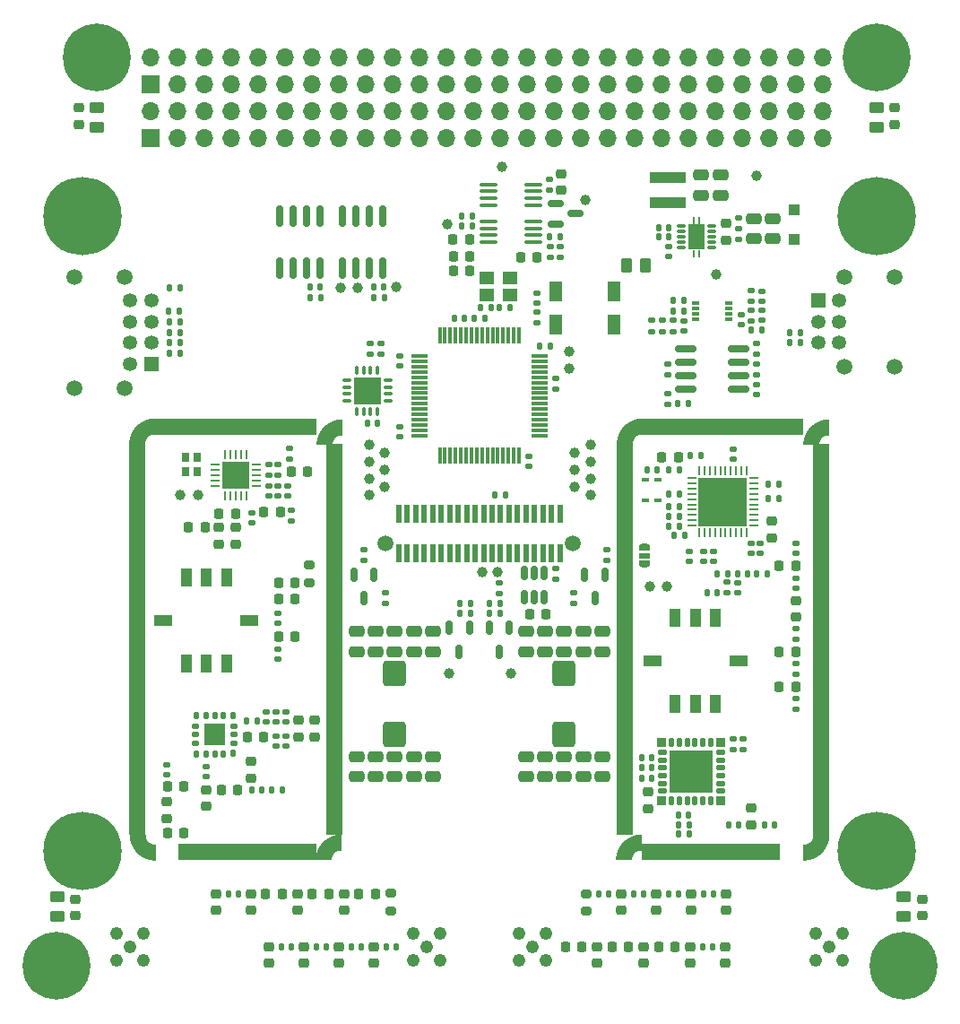
<source format=gbr>
%TF.GenerationSoftware,KiCad,Pcbnew,9.0.6*%
%TF.CreationDate,2025-11-19T17:48:12+01:00*%
%TF.ProjectId,Spino CS,5370696e-6f20-4435-932e-6b696361645f,v2.1*%
%TF.SameCoordinates,PX68e7780PY2faf080*%
%TF.FileFunction,Soldermask,Top*%
%TF.FilePolarity,Negative*%
%FSLAX46Y46*%
G04 Gerber Fmt 4.6, Leading zero omitted, Abs format (unit mm)*
G04 Created by KiCad (PCBNEW 9.0.6) date 2025-11-19 17:48:12*
%MOMM*%
%LPD*%
G01*
G04 APERTURE LIST*
G04 Aperture macros list*
%AMRoundRect*
0 Rectangle with rounded corners*
0 $1 Rounding radius*
0 $2 $3 $4 $5 $6 $7 $8 $9 X,Y pos of 4 corners*
0 Add a 4 corners polygon primitive as box body*
4,1,4,$2,$3,$4,$5,$6,$7,$8,$9,$2,$3,0*
0 Add four circle primitives for the rounded corners*
1,1,$1+$1,$2,$3*
1,1,$1+$1,$4,$5*
1,1,$1+$1,$6,$7*
1,1,$1+$1,$8,$9*
0 Add four rect primitives between the rounded corners*
20,1,$1+$1,$2,$3,$4,$5,0*
20,1,$1+$1,$4,$5,$6,$7,0*
20,1,$1+$1,$6,$7,$8,$9,0*
20,1,$1+$1,$8,$9,$2,$3,0*%
%AMFreePoly0*
4,1,19,0.050000,0.495196,0.098773,0.495196,0.188893,0.457867,0.257867,0.388893,0.295196,0.298773,0.295196,0.250000,0.300000,0.250000,0.300000,-0.250000,0.295196,-0.250000,0.295196,-0.298773,0.257867,-0.388893,0.188893,-0.457867,0.098773,-0.495196,0.050000,-0.495196,0.050000,-0.500000,-0.300000,-0.500000,-0.300000,0.500000,0.050000,0.500000,0.050000,0.495196,0.050000,0.495196,
$1*%
%AMFreePoly1*
4,1,27,1.150059,-0.300000,1.061606,-0.301926,0.888100,-0.336438,0.724661,-0.404137,0.577570,-0.502420,0.452479,-0.627511,0.354196,-0.774602,0.286497,-0.938041,0.251985,-1.111547,0.250059,-1.200000,0.250000,-1.250000,-1.250000,-1.250000,-1.249941,-1.200000,-1.247479,-1.042857,-1.206456,-0.731260,-1.125113,-0.427683,-1.004841,-0.137321,-0.847698,0.134858,-0.656373,0.384198,-0.434139,0.606432,
-0.184799,0.797757,0.087380,0.954900,0.377742,1.075172,0.681319,1.156515,0.992916,1.197538,1.150059,1.200000,1.150059,-0.300000,1.150059,-0.300000,$1*%
%AMFreePoly2*
4,1,49,1.150000,-0.300000,1.108413,-0.300480,1.025593,-0.308155,0.943834,-0.323438,0.863835,-0.346200,0.786277,-0.376246,0.711822,-0.413320,0.641106,-0.457106,0.574731,-0.507230,0.513264,-0.563264,0.457230,-0.624731,0.407106,-0.691106,0.363320,-0.761822,0.326246,-0.836277,0.296200,-0.913835,0.273438,-0.993834,0.258155,-1.075593,0.250480,-1.158413,0.250000,-1.200000,-1.250000,-1.200000,
-1.249492,-1.130182,-1.241373,-0.990782,-1.225163,-0.852090,-1.200915,-0.714575,-1.168713,-0.578703,-1.128665,-0.444933,-1.080906,-0.313718,-1.025599,-0.185501,-0.962930,-0.060718,-0.893112,0.060210,-0.816381,0.176875,-0.732996,0.288880,-0.643240,0.395848,-0.547415,0.497415,-0.445848,0.593240,-0.338880,0.682996,-0.226875,0.766381,-0.110210,0.843112,0.010718,0.912930,0.135501,0.975599,
0.263718,1.030906,0.394933,1.078665,0.528703,1.118713,0.664575,1.150915,0.802090,1.175163,0.940782,1.191373,1.080182,1.199492,1.150000,1.200000,1.150000,-0.300000,1.150000,-0.300000,$1*%
%AMFreePoly3*
4,1,27,-0.992916,1.197538,-0.681319,1.156515,-0.377742,1.075172,-0.087380,0.954900,0.184799,0.797757,0.434139,0.606432,0.656373,0.384198,0.847698,0.134858,1.004841,-0.137321,1.125113,-0.427683,1.206456,-0.731260,1.247479,-1.042857,1.249941,-1.200000,1.250000,-1.250000,-0.250000,-1.250000,-0.250059,-1.200000,-0.251985,-1.111547,-0.286497,-0.938041,-0.354196,-0.774602,-0.452479,-0.627511,
-0.577570,-0.502420,-0.724661,-0.404137,-0.888100,-0.336438,-1.061606,-0.301926,-1.150059,-0.300000,-1.150059,1.200000,-0.992916,1.197538,-0.992916,1.197538,$1*%
G04 Aperture macros list end*
%ADD10RoundRect,0.250000X0.450000X-0.262500X0.450000X0.262500X-0.450000X0.262500X-0.450000X-0.262500X0*%
%ADD11C,1.000000*%
%ADD12RoundRect,0.135000X-0.185000X0.135000X-0.185000X-0.135000X0.185000X-0.135000X0.185000X0.135000X0*%
%ADD13RoundRect,0.200000X0.275000X-0.200000X0.275000X0.200000X-0.275000X0.200000X-0.275000X-0.200000X0*%
%ADD14RoundRect,0.225000X-0.225000X-0.250000X0.225000X-0.250000X0.225000X0.250000X-0.225000X0.250000X0*%
%ADD15RoundRect,0.225000X-0.250000X0.225000X-0.250000X-0.225000X0.250000X-0.225000X0.250000X0.225000X0*%
%ADD16RoundRect,0.140000X-0.170000X0.140000X-0.170000X-0.140000X0.170000X-0.140000X0.170000X0.140000X0*%
%ADD17RoundRect,0.140000X-0.140000X-0.170000X0.140000X-0.170000X0.140000X0.170000X-0.140000X0.170000X0*%
%ADD18RoundRect,0.250000X-0.475000X0.250000X-0.475000X-0.250000X0.475000X-0.250000X0.475000X0.250000X0*%
%ADD19RoundRect,0.140000X0.170000X-0.140000X0.170000X0.140000X-0.170000X0.140000X-0.170000X-0.140000X0*%
%ADD20R,1.300000X1.900000*%
%ADD21RoundRect,0.062500X0.062500X-0.362500X0.062500X0.362500X-0.062500X0.362500X-0.062500X-0.362500X0*%
%ADD22RoundRect,0.062500X0.362500X-0.062500X0.362500X0.062500X-0.362500X0.062500X-0.362500X-0.062500X0*%
%ADD23R,2.600000X2.600000*%
%ADD24RoundRect,0.135000X-0.135000X-0.185000X0.135000X-0.185000X0.135000X0.185000X-0.135000X0.185000X0*%
%ADD25RoundRect,0.225000X0.250000X-0.225000X0.250000X0.225000X-0.250000X0.225000X-0.250000X-0.225000X0*%
%ADD26RoundRect,0.150000X-0.150000X0.825000X-0.150000X-0.825000X0.150000X-0.825000X0.150000X0.825000X0*%
%ADD27RoundRect,0.075000X-0.075000X0.700000X-0.075000X-0.700000X0.075000X-0.700000X0.075000X0.700000X0*%
%ADD28RoundRect,0.075000X-0.700000X0.075000X-0.700000X-0.075000X0.700000X-0.075000X0.700000X0.075000X0*%
%ADD29R,0.800000X0.300000*%
%ADD30RoundRect,0.135000X0.135000X0.185000X-0.135000X0.185000X-0.135000X-0.185000X0.135000X-0.185000X0*%
%ADD31R,1.016000X1.778000*%
%ADD32R,1.778000X1.016000*%
%ADD33RoundRect,0.218750X0.218750X0.256250X-0.218750X0.256250X-0.218750X-0.256250X0.218750X-0.256250X0*%
%ADD34RoundRect,0.150000X-0.587500X-0.150000X0.587500X-0.150000X0.587500X0.150000X-0.587500X0.150000X0*%
%ADD35FreePoly0,90.000000*%
%ADD36R,1.000000X0.600000*%
%ADD37FreePoly0,270.000000*%
%ADD38RoundRect,0.140000X0.140000X0.170000X-0.140000X0.170000X-0.140000X-0.170000X0.140000X-0.170000X0*%
%ADD39RoundRect,0.250000X0.475000X-0.250000X0.475000X0.250000X-0.475000X0.250000X-0.475000X-0.250000X0*%
%ADD40C,6.400000*%
%ADD41R,3.400000X0.980000*%
%ADD42RoundRect,0.200000X-0.275000X0.200000X-0.275000X-0.200000X0.275000X-0.200000X0.275000X0.200000X0*%
%ADD43RoundRect,0.150000X-0.825000X-0.150000X0.825000X-0.150000X0.825000X0.150000X-0.825000X0.150000X0*%
%ADD44RoundRect,0.147500X-0.172500X0.147500X-0.172500X-0.147500X0.172500X-0.147500X0.172500X0.147500X0*%
%ADD45RoundRect,0.135000X0.185000X-0.135000X0.185000X0.135000X-0.185000X0.135000X-0.185000X-0.135000X0*%
%ADD46C,7.400000*%
%ADD47RoundRect,0.330000X-0.770000X0.870000X-0.770000X-0.870000X0.770000X-0.870000X0.770000X0.870000X0*%
%ADD48RoundRect,0.250000X0.300000X-0.300000X0.300000X0.300000X-0.300000X0.300000X-0.300000X-0.300000X0*%
%ADD49RoundRect,0.147500X0.147500X0.172500X-0.147500X0.172500X-0.147500X-0.172500X0.147500X-0.172500X0*%
%ADD50RoundRect,0.218750X-0.218750X-0.256250X0.218750X-0.256250X0.218750X0.256250X-0.218750X0.256250X0*%
%ADD51R,0.790000X0.440000*%
%ADD52RoundRect,0.225000X0.225000X0.250000X-0.225000X0.250000X-0.225000X-0.250000X0.225000X-0.250000X0*%
%ADD53C,1.500000*%
%ADD54RoundRect,0.102000X0.190000X-0.750000X0.190000X0.750000X-0.190000X0.750000X-0.190000X-0.750000X0*%
%ADD55R,1.500000X36.900000*%
%ADD56FreePoly1,90.000000*%
%ADD57FreePoly2,0.000000*%
%ADD58R,15.299995X1.499980*%
%ADD59R,13.049996X1.499980*%
%ADD60FreePoly2,180.000000*%
%ADD61FreePoly2,270.000000*%
%ADD62R,1.500000X36.900008*%
%ADD63R,0.280000X0.280000*%
%ADD64O,0.850000X0.280000*%
%ADD65R,0.680000X1.050000*%
%ADD66R,0.260000X0.500000*%
%ADD67R,0.280000X0.700000*%
%ADD68R,1.650000X2.400000*%
%ADD69RoundRect,0.150000X-0.150000X0.512500X-0.150000X-0.512500X0.150000X-0.512500X0.150000X0.512500X0*%
%ADD70RoundRect,0.218750X-0.256250X0.218750X-0.256250X-0.218750X0.256250X-0.218750X0.256250X0.218750X0*%
%ADD71R,1.350000X1.350000*%
%ADD72C,1.350000*%
%ADD73R,1.700000X1.700000*%
%ADD74O,1.700000X1.700000*%
%ADD75RoundRect,0.147500X-0.147500X-0.172500X0.147500X-0.172500X0.147500X0.172500X-0.147500X0.172500X0*%
%ADD76RoundRect,0.150000X0.150000X-0.512500X0.150000X0.512500X-0.150000X0.512500X-0.150000X-0.512500X0*%
%ADD77RoundRect,0.125000X-0.125000X-0.250000X0.125000X-0.250000X0.125000X0.250000X-0.125000X0.250000X0*%
%ADD78RoundRect,0.125000X0.250000X-0.125000X0.250000X0.125000X-0.250000X0.125000X-0.250000X-0.125000X0*%
%ADD79RoundRect,0.125000X0.125000X0.250000X-0.125000X0.250000X-0.125000X-0.250000X0.125000X-0.250000X0*%
%ADD80RoundRect,0.125000X-0.250000X0.125000X-0.250000X-0.125000X0.250000X-0.125000X0.250000X0.125000X0*%
%ADD81RoundRect,0.050000X-0.500000X0.500000X-0.500000X-0.500000X0.500000X-0.500000X0.500000X0.500000X0*%
%ADD82RoundRect,0.100000X0.712500X0.100000X-0.712500X0.100000X-0.712500X-0.100000X0.712500X-0.100000X0*%
%ADD83R,1.400000X1.200000*%
%ADD84RoundRect,0.250000X0.262500X0.450000X-0.262500X0.450000X-0.262500X-0.450000X0.262500X-0.450000X0*%
%ADD85RoundRect,0.218750X0.256250X-0.218750X0.256250X0.218750X-0.256250X0.218750X-0.256250X-0.218750X0*%
%ADD86RoundRect,0.250000X-0.450000X0.262500X-0.450000X-0.262500X0.450000X-0.262500X0.450000X0.262500X0*%
%ADD87R,0.800000X0.900000*%
%ADD88RoundRect,0.110500X0.314500X-0.339500X0.314500X0.339500X-0.314500X0.339500X-0.314500X-0.339500X0*%
%ADD89RoundRect,0.125000X0.125000X0.325000X-0.125000X0.325000X-0.125000X-0.325000X0.125000X-0.325000X0*%
%ADD90RoundRect,0.106250X0.318750X-0.343750X0.318750X0.343750X-0.318750X0.343750X-0.318750X-0.343750X0*%
%ADD91RoundRect,0.125000X-0.325000X0.125000X-0.325000X-0.125000X0.325000X-0.125000X0.325000X0.125000X0*%
%ADD92RoundRect,0.110500X-0.314500X0.339500X-0.314500X-0.339500X0.314500X-0.339500X0.314500X0.339500X0*%
%ADD93RoundRect,0.125000X-0.125000X-0.325000X0.125000X-0.325000X0.125000X0.325000X-0.125000X0.325000X0*%
%ADD94RoundRect,0.110500X-0.314500X-0.339500X0.314500X-0.339500X0.314500X0.339500X-0.314500X0.339500X0*%
%ADD95RoundRect,0.125000X0.325000X-0.125000X0.325000X0.125000X-0.325000X0.125000X-0.325000X-0.125000X0*%
%ADD96R,4.600000X4.600000*%
%ADD97RoundRect,0.075000X-0.075000X0.350000X-0.075000X-0.350000X0.075000X-0.350000X0.075000X0.350000X0*%
%ADD98RoundRect,0.075000X-0.350000X0.075000X-0.350000X-0.075000X0.350000X-0.075000X0.350000X0.075000X0*%
%ADD99FreePoly2,90.000000*%
%ADD100FreePoly3,270.000000*%
%ADD101C,1.240000*%
G04 APERTURE END LIST*
D10*
%TO.C,R55*%
X85100000Y-86112500D03*
X85100000Y-84287500D03*
%TD*%
D11*
%TO.C,TP11*%
X46700000Y-53600000D03*
%TD*%
D12*
%TO.C,R10*%
X34100000Y-51490000D03*
X34100000Y-52510000D03*
%TD*%
D13*
%TO.C,R46*%
X28900000Y-54625000D03*
X28900000Y-52975000D03*
%TD*%
D14*
%TO.C,C35*%
X49725000Y-57600000D03*
X51275000Y-57600000D03*
%TD*%
D15*
%TO.C,C106*%
X25100000Y-89025000D03*
X25100000Y-90575000D03*
%TD*%
%TO.C,C129*%
X84200000Y-9825000D03*
X84200000Y-11375000D03*
%TD*%
%TO.C,C114*%
X23400000Y-84025000D03*
X23400000Y-85575000D03*
%TD*%
D16*
%TO.C,C6*%
X62900000Y-22870000D03*
X62900000Y-23830000D03*
%TD*%
D11*
%TO.C,TP8*%
X55500000Y-46400000D03*
%TD*%
D17*
%TO.C,C36*%
X42620000Y-29700000D03*
X43580000Y-29700000D03*
%TD*%
D11*
%TO.C,TP4*%
X47100000Y-15400000D03*
%TD*%
D17*
%TO.C,C105*%
X71920000Y-77500000D03*
X72880000Y-77500000D03*
%TD*%
D18*
%TO.C,C22*%
X38800000Y-71050000D03*
X38800000Y-72950000D03*
%TD*%
D19*
%TO.C,C44*%
X50400000Y-28280000D03*
X50400000Y-27320000D03*
%TD*%
D16*
%TO.C,C73*%
X15500000Y-71820000D03*
X15500000Y-72780000D03*
%TD*%
D11*
%TO.C,TP32*%
X61100000Y-55000000D03*
%TD*%
D20*
%TO.C,X2*%
X52250000Y-30300000D03*
X57750000Y-30300000D03*
X57750000Y-27100000D03*
X52250000Y-27100000D03*
%TD*%
D19*
%TO.C,C98*%
X69900000Y-70380000D03*
X69900000Y-69420000D03*
%TD*%
D21*
%TO.C,U11*%
X21000000Y-46425000D03*
X21500000Y-46425000D03*
X22000000Y-46425000D03*
X22500000Y-46425000D03*
X23000000Y-46425000D03*
D22*
X23925000Y-45500000D03*
X23925000Y-45000000D03*
X23925000Y-44500000D03*
X23925000Y-44000000D03*
X23925000Y-43500000D03*
D21*
X23000000Y-42575000D03*
X22500000Y-42575000D03*
X22000000Y-42575000D03*
X21500000Y-42575000D03*
X21000000Y-42575000D03*
D22*
X20075000Y-43500000D03*
X20075000Y-44000000D03*
X20075000Y-44500000D03*
X20075000Y-45000000D03*
X20075000Y-45500000D03*
D23*
X22000000Y-44500000D03*
%TD*%
D24*
%TO.C,R42*%
X63690000Y-37700000D03*
X64710000Y-37700000D03*
%TD*%
D12*
%TO.C,R38*%
X70700000Y-27040000D03*
X70700000Y-28060000D03*
%TD*%
%TO.C,R2*%
X69500000Y-21240000D03*
X69500000Y-22260000D03*
%TD*%
D25*
%TO.C,C131*%
X6800000Y-86075000D03*
X6800000Y-84525000D03*
%TD*%
D11*
%TO.C,TP17*%
X34600000Y-41600000D03*
%TD*%
D25*
%TO.C,C9*%
X52700000Y-17575000D03*
X52700000Y-16025000D03*
%TD*%
D26*
%TO.C,U8*%
X29955000Y-20025000D03*
X28685000Y-20025000D03*
X27415000Y-20025000D03*
X26145000Y-20025000D03*
X26145000Y-24975000D03*
X27415000Y-24975000D03*
X28685000Y-24975000D03*
X29955000Y-24975000D03*
%TD*%
D18*
%TO.C,C21*%
X37000000Y-71050000D03*
X37000000Y-72950000D03*
%TD*%
D27*
%TO.C,U5*%
X48750000Y-31325000D03*
X48250000Y-31325000D03*
X47750000Y-31325000D03*
X47250000Y-31325000D03*
X46750000Y-31325000D03*
X46250000Y-31325000D03*
X45750000Y-31325000D03*
X45250000Y-31325000D03*
X44750000Y-31325000D03*
X44250000Y-31325000D03*
X43750000Y-31325000D03*
X43250000Y-31325000D03*
X42750000Y-31325000D03*
X42250000Y-31325000D03*
X41750000Y-31325000D03*
X41250000Y-31325000D03*
D28*
X39325000Y-33250000D03*
X39325000Y-33750000D03*
X39325000Y-34250000D03*
X39325000Y-34750000D03*
X39325000Y-35250000D03*
X39325000Y-35750000D03*
X39325000Y-36250000D03*
X39325000Y-36750000D03*
X39325000Y-37250000D03*
X39325000Y-37750000D03*
X39325000Y-38250000D03*
X39325000Y-38750000D03*
X39325000Y-39250000D03*
X39325000Y-39750000D03*
X39325000Y-40250000D03*
X39325000Y-40750000D03*
D27*
X41250000Y-42675000D03*
X41750000Y-42675000D03*
X42250000Y-42675000D03*
X42750000Y-42675000D03*
X43250000Y-42675000D03*
X43750000Y-42675000D03*
X44250000Y-42675000D03*
X44750000Y-42675000D03*
X45250000Y-42675000D03*
X45750000Y-42675000D03*
X46250000Y-42675000D03*
X46750000Y-42675000D03*
X47250000Y-42675000D03*
X47750000Y-42675000D03*
X48250000Y-42675000D03*
X48750000Y-42675000D03*
D28*
X50675000Y-40750000D03*
X50675000Y-40250000D03*
X50675000Y-39750000D03*
X50675000Y-39250000D03*
X50675000Y-38750000D03*
X50675000Y-38250000D03*
X50675000Y-37750000D03*
X50675000Y-37250000D03*
X50675000Y-36750000D03*
X50675000Y-36250000D03*
X50675000Y-35750000D03*
X50675000Y-35250000D03*
X50675000Y-34750000D03*
X50675000Y-34250000D03*
X50675000Y-33750000D03*
X50675000Y-33250000D03*
%TD*%
D29*
%TO.C,U9*%
X68550000Y-29750000D03*
X68550000Y-29250000D03*
X68550000Y-28750000D03*
X68550000Y-28250000D03*
X65450000Y-28250000D03*
X65450000Y-28750000D03*
X65450000Y-29250000D03*
X65450000Y-29750000D03*
%TD*%
D30*
%TO.C,R23*%
X16700000Y-33000000D03*
X15680000Y-33000000D03*
%TD*%
D15*
%TO.C,C120*%
X60500000Y-89025000D03*
X60500000Y-90575000D03*
%TD*%
D31*
%TO.C,FL2*%
X63495000Y-66064000D03*
X65400000Y-66064000D03*
X67305000Y-66064000D03*
D32*
X69464000Y-62000000D03*
D31*
X67305000Y-57936000D03*
X65400000Y-57936000D03*
X63495000Y-57936000D03*
D32*
X61336000Y-62000000D03*
%TD*%
D17*
%TO.C,C111*%
X36170000Y-89000000D03*
X37130000Y-89000000D03*
%TD*%
D16*
%TO.C,C55*%
X26000000Y-45520000D03*
X26000000Y-46480000D03*
%TD*%
D33*
%TO.C,L31*%
X54687500Y-89000000D03*
X53112500Y-89000000D03*
%TD*%
D34*
%TO.C,Q1*%
X52212500Y-18850000D03*
X52212500Y-20750000D03*
X54087500Y-19800000D03*
%TD*%
D35*
%TO.C,JP1*%
X60600000Y-51300000D03*
D36*
X60600000Y-52100000D03*
D37*
X60600000Y-52900000D03*
%TD*%
D38*
%TO.C,C125*%
X63830000Y-84000000D03*
X62870000Y-84000000D03*
%TD*%
D16*
%TO.C,C48*%
X64300000Y-29920000D03*
X64300000Y-30880000D03*
%TD*%
D39*
%TO.C,C14*%
X33400000Y-61150000D03*
X33400000Y-59250000D03*
%TD*%
D16*
%TO.C,C43*%
X50400000Y-29120000D03*
X50400000Y-30080000D03*
%TD*%
%TO.C,C59*%
X27200000Y-47820000D03*
X27200000Y-48780000D03*
%TD*%
D30*
%TO.C,R16*%
X47510000Y-46400000D03*
X46490000Y-46400000D03*
%TD*%
D38*
%TO.C,C126*%
X60530000Y-84000000D03*
X59570000Y-84000000D03*
%TD*%
D11*
%TO.C,TP19*%
X36000000Y-44000000D03*
%TD*%
%TO.C,TP20*%
X34600000Y-43200000D03*
%TD*%
D30*
%TO.C,R24*%
X16710000Y-31000000D03*
X15690000Y-31000000D03*
%TD*%
D38*
%TO.C,C47*%
X29980000Y-26700000D03*
X29020000Y-26700000D03*
%TD*%
D40*
%TO.C,H2*%
X82550000Y-5080000D03*
%TD*%
D15*
%TO.C,C124*%
X65000000Y-84025000D03*
X65000000Y-85575000D03*
%TD*%
D38*
%TO.C,C127*%
X57230000Y-84000000D03*
X56270000Y-84000000D03*
%TD*%
D12*
%TO.C,R28*%
X34700000Y-32090000D03*
X34700000Y-33110000D03*
%TD*%
D16*
%TO.C,C60*%
X23500000Y-48020000D03*
X23500000Y-48980000D03*
%TD*%
D41*
%TO.C,L1*%
X62800000Y-18785000D03*
X62800000Y-16415000D03*
%TD*%
D42*
%TO.C,R52*%
X55100000Y-84025000D03*
X55100000Y-85675000D03*
%TD*%
D43*
%TO.C,U10*%
X64525000Y-32595000D03*
X64525000Y-33865000D03*
X64525000Y-35135000D03*
X64525000Y-36405000D03*
X69475000Y-36405000D03*
X69475000Y-35135000D03*
X69475000Y-33865000D03*
X69475000Y-32595000D03*
%TD*%
D12*
%TO.C,R18*%
X52200000Y-53290000D03*
X52200000Y-54310000D03*
%TD*%
D44*
%TO.C,L6*%
X26000000Y-57515000D03*
X26000000Y-58485000D03*
%TD*%
D45*
%TO.C,R37*%
X70700000Y-29960000D03*
X70700000Y-28940000D03*
%TD*%
D11*
%TO.C,TP5*%
X55000000Y-18500000D03*
%TD*%
D46*
%TO.C,H8*%
X7500000Y-80000000D03*
%TD*%
D38*
%TO.C,C46*%
X35980000Y-26700000D03*
X35020000Y-26700000D03*
%TD*%
D39*
%TO.C,C29*%
X56600000Y-61150000D03*
X56600000Y-59250000D03*
%TD*%
D47*
%TO.C,L2*%
X37000000Y-63250000D03*
X37000000Y-68950000D03*
%TD*%
D11*
%TO.C,TP18*%
X36000000Y-42400000D03*
%TD*%
D18*
%TO.C,C19*%
X33400000Y-71050000D03*
X33400000Y-72950000D03*
%TD*%
D48*
%TO.C,D1*%
X74700000Y-22200000D03*
X74700000Y-19400000D03*
%TD*%
D24*
%TO.C,R29*%
X34990000Y-27700000D03*
X36010000Y-27700000D03*
%TD*%
D45*
%TO.C,R5*%
X51600000Y-17610000D03*
X51600000Y-16590000D03*
%TD*%
D33*
%TO.C,L29*%
X63487500Y-89000000D03*
X61912500Y-89000000D03*
%TD*%
D12*
%TO.C,R13*%
X57000000Y-51490000D03*
X57000000Y-52510000D03*
%TD*%
D33*
%TO.C,L30*%
X59087500Y-89000000D03*
X57512500Y-89000000D03*
%TD*%
D39*
%TO.C,C16*%
X37000000Y-61150000D03*
X37000000Y-59250000D03*
%TD*%
D49*
%TO.C,L10*%
X23985000Y-67700000D03*
X23015000Y-67700000D03*
%TD*%
D50*
%TO.C,FB4*%
X62212500Y-42800000D03*
X63787500Y-42800000D03*
%TD*%
D26*
%TO.C,U7*%
X35855000Y-20025000D03*
X34585000Y-20025000D03*
X33315000Y-20025000D03*
X32045000Y-20025000D03*
X32045000Y-24975000D03*
X33315000Y-24975000D03*
X34585000Y-24975000D03*
X35855000Y-24975000D03*
%TD*%
D19*
%TO.C,C67*%
X24900000Y-67780000D03*
X24900000Y-66820000D03*
%TD*%
D38*
%TO.C,C118*%
X67030000Y-89000000D03*
X66070000Y-89000000D03*
%TD*%
%TO.C,C86*%
X63880000Y-48400000D03*
X62920000Y-48400000D03*
%TD*%
D45*
%TO.C,R33*%
X61300000Y-30910000D03*
X61300000Y-29890000D03*
%TD*%
D19*
%TO.C,C57*%
X26000000Y-44480000D03*
X26000000Y-43520000D03*
%TD*%
D24*
%TO.C,R8*%
X43340000Y-21000000D03*
X44360000Y-21000000D03*
%TD*%
D16*
%TO.C,C68*%
X26700000Y-69120000D03*
X26700000Y-70080000D03*
%TD*%
D30*
%TO.C,R9*%
X44360000Y-20000000D03*
X43340000Y-20000000D03*
%TD*%
D50*
%TO.C,L26*%
X24812500Y-84000000D03*
X26387500Y-84000000D03*
%TD*%
D11*
%TO.C,TP12*%
X33500000Y-26800000D03*
%TD*%
D38*
%TO.C,C45*%
X35380000Y-39600000D03*
X34420000Y-39600000D03*
%TD*%
D17*
%TO.C,C40*%
X50720000Y-32300000D03*
X51680000Y-32300000D03*
%TD*%
D11*
%TO.C,TP28*%
X55500000Y-41600000D03*
%TD*%
D30*
%TO.C,R22*%
X16710000Y-30000000D03*
X15690000Y-30000000D03*
%TD*%
D17*
%TO.C,C107*%
X26270000Y-89000000D03*
X27230000Y-89000000D03*
%TD*%
D51*
%TO.C,X4*%
X60705000Y-44930000D03*
X60705000Y-46870000D03*
X61895000Y-46870000D03*
X61895000Y-44930000D03*
%TD*%
D15*
%TO.C,C116*%
X32200000Y-84025000D03*
X32200000Y-85575000D03*
%TD*%
D11*
%TO.C,TP23*%
X16700000Y-46400000D03*
%TD*%
D24*
%TO.C,R47*%
X62890000Y-44000000D03*
X63910000Y-44000000D03*
%TD*%
D15*
%TO.C,C63*%
X22000000Y-49425000D03*
X22000000Y-50975000D03*
%TD*%
D25*
%TO.C,C3*%
X68300000Y-22275000D03*
X68300000Y-20725000D03*
%TD*%
D52*
%TO.C,C90*%
X74875000Y-53050000D03*
X73325000Y-53050000D03*
%TD*%
D15*
%TO.C,C121*%
X56100000Y-89025000D03*
X56100000Y-90575000D03*
%TD*%
D53*
%TO.C,J5*%
X36150000Y-50950000D03*
X53850000Y-50950000D03*
D54*
X52600000Y-51850000D03*
X52600000Y-48150000D03*
X51800000Y-51850000D03*
X51800000Y-48150000D03*
X51000000Y-51850000D03*
X51000000Y-48150000D03*
X50200000Y-51850000D03*
X50200000Y-48150000D03*
X49400000Y-51850000D03*
X49400000Y-48150000D03*
X48600000Y-51850000D03*
X48600000Y-48150000D03*
X47800000Y-51850000D03*
X47800000Y-48150000D03*
X47000000Y-51850000D03*
X47000000Y-48150000D03*
X46200000Y-51850000D03*
X46200000Y-48150000D03*
X45400000Y-51850000D03*
X45400000Y-48150000D03*
X44600000Y-51850000D03*
X44600000Y-48150000D03*
X43800000Y-51850000D03*
X43800000Y-48150000D03*
X43000000Y-51850000D03*
X43000000Y-48150000D03*
X42200000Y-51850000D03*
X42200000Y-48150000D03*
X41400000Y-51850000D03*
X41400000Y-48150000D03*
X40600000Y-51850000D03*
X40600000Y-48150000D03*
X39800000Y-51850000D03*
X39800000Y-48150000D03*
X39000000Y-51850000D03*
X39000000Y-48150000D03*
X38200000Y-51850000D03*
X38200000Y-48150000D03*
X37400000Y-51850000D03*
X37400000Y-48150000D03*
%TD*%
D17*
%TO.C,C104*%
X68520000Y-77500000D03*
X69480000Y-77500000D03*
%TD*%
D55*
%TO.C,SH1*%
X12700000Y-60000000D03*
D56*
X13150000Y-79600000D03*
D57*
X13200000Y-40350000D03*
D58*
X22000003Y-39900009D03*
D59*
X23124998Y-80100000D03*
D60*
X30800000Y-79650000D03*
D61*
X30850000Y-40400000D03*
D62*
X31300001Y-60000003D03*
%TD*%
D38*
%TO.C,C87*%
X63880000Y-49300000D03*
X62920000Y-49300000D03*
%TD*%
D17*
%TO.C,C109*%
X29570000Y-89000000D03*
X30530000Y-89000000D03*
%TD*%
D40*
%TO.C,H3*%
X85090000Y-90810000D03*
%TD*%
D17*
%TO.C,C96*%
X71220000Y-53800000D03*
X72180000Y-53800000D03*
%TD*%
D19*
%TO.C,C51*%
X71700000Y-28080000D03*
X71700000Y-27120000D03*
%TD*%
D15*
%TO.C,C117*%
X68200000Y-89025000D03*
X68200000Y-90575000D03*
%TD*%
D30*
%TO.C,R39*%
X75310000Y-32000000D03*
X74290000Y-32000000D03*
%TD*%
D14*
%TO.C,C75*%
X15525000Y-78300000D03*
X17075000Y-78300000D03*
%TD*%
D38*
%TO.C,C5*%
X62880000Y-21100000D03*
X61920000Y-21100000D03*
%TD*%
D63*
%TO.C,U1*%
X63740000Y-21000000D03*
D64*
X64025000Y-21000000D03*
D63*
X63740000Y-21500000D03*
D64*
X64025000Y-21500000D03*
D63*
X63740000Y-22000000D03*
D64*
X64025000Y-22000000D03*
D63*
X63740000Y-22500000D03*
D64*
X64025000Y-22500000D03*
D63*
X63740000Y-23000000D03*
D64*
X64025000Y-23000000D03*
X66975000Y-23000000D03*
D63*
X67260000Y-23000000D03*
D64*
X66975000Y-22500000D03*
D63*
X67260000Y-22500000D03*
D64*
X66975000Y-22000000D03*
D63*
X67260000Y-22000000D03*
D64*
X66975000Y-21500000D03*
D63*
X67260000Y-21500000D03*
D64*
X66975000Y-21000000D03*
D63*
X67260000Y-21000000D03*
D65*
X65050000Y-21365000D03*
X65050000Y-22635000D03*
D66*
X65250000Y-20370000D03*
D67*
X65250000Y-20450000D03*
X65250000Y-23550000D03*
D66*
X65250000Y-23630000D03*
D68*
X65500000Y-22000000D03*
D66*
X65750000Y-20370000D03*
D67*
X65750000Y-20450000D03*
X65750000Y-23550000D03*
D66*
X65750000Y-23630000D03*
D65*
X65950000Y-21365000D03*
X65950000Y-22635000D03*
%TD*%
D69*
%TO.C,Q5*%
X56850000Y-53862500D03*
X54950000Y-53862500D03*
X55900000Y-56137500D03*
%TD*%
D52*
%TO.C,C10*%
X50475000Y-23900000D03*
X48925000Y-23900000D03*
%TD*%
D12*
%TO.C,R17*%
X46900000Y-54690000D03*
X46900000Y-55710000D03*
%TD*%
D11*
%TO.C,TP10*%
X45300000Y-53600000D03*
%TD*%
D18*
%TO.C,C32*%
X53000000Y-71050000D03*
X53000000Y-72950000D03*
%TD*%
D24*
%TO.C,R50*%
X63790000Y-77500000D03*
X64810000Y-77500000D03*
%TD*%
D19*
%TO.C,C38*%
X37500000Y-40880000D03*
X37500000Y-39920000D03*
%TD*%
D44*
%TO.C,L7*%
X26000000Y-60915000D03*
X26000000Y-61885000D03*
%TD*%
D11*
%TO.C,TP27*%
X54000000Y-42400000D03*
%TD*%
D30*
%TO.C,R21*%
X16710000Y-32000000D03*
X15690000Y-32000000D03*
%TD*%
D39*
%TO.C,C26*%
X51200000Y-61150000D03*
X51200000Y-59250000D03*
%TD*%
D17*
%TO.C,C78*%
X72320000Y-46700000D03*
X73280000Y-46700000D03*
%TD*%
D24*
%TO.C,R11*%
X43140000Y-56600000D03*
X44160000Y-56600000D03*
%TD*%
D70*
%TO.C,FB6*%
X27900000Y-67612500D03*
X27900000Y-69187500D03*
%TD*%
D10*
%TO.C,R56*%
X5100000Y-86112500D03*
X5100000Y-84287500D03*
%TD*%
D38*
%TO.C,C103*%
X64780000Y-76600000D03*
X63820000Y-76600000D03*
%TD*%
D45*
%TO.C,R32*%
X62300000Y-30910000D03*
X62300000Y-29890000D03*
%TD*%
D71*
%TO.C,J3*%
X77000000Y-28000000D03*
D72*
X77000000Y-30000000D03*
X77000000Y-32000000D03*
X79000000Y-28000000D03*
X79000000Y-30000000D03*
X79000000Y-32000000D03*
D53*
X79500000Y-34250000D03*
X84250000Y-34250000D03*
X79500000Y-25750000D03*
X84250000Y-25750000D03*
%TD*%
D24*
%TO.C,R4*%
X51590000Y-22000000D03*
X52610000Y-22000000D03*
%TD*%
D44*
%TO.C,L22*%
X68400000Y-54615000D03*
X68400000Y-55585000D03*
%TD*%
D12*
%TO.C,R6*%
X52600000Y-22890000D03*
X52600000Y-23910000D03*
%TD*%
D70*
%TO.C,L9*%
X20400000Y-49412500D03*
X20400000Y-50987500D03*
%TD*%
D39*
%TO.C,C15*%
X35200000Y-61150000D03*
X35200000Y-59250000D03*
%TD*%
D14*
%TO.C,C61*%
X26025000Y-54700000D03*
X27575000Y-54700000D03*
%TD*%
D11*
%TO.C,TP1*%
X67400000Y-25500000D03*
%TD*%
D14*
%TO.C,C62*%
X26025000Y-59700000D03*
X27575000Y-59700000D03*
%TD*%
D11*
%TO.C,TP6*%
X34600000Y-46400000D03*
%TD*%
D73*
%TO.C,J2*%
X13970000Y-7620000D03*
D74*
X13970000Y-5080000D03*
X16510000Y-7620000D03*
X16510000Y-5080000D03*
X19050000Y-7620000D03*
X19050000Y-5080000D03*
X21590000Y-7620000D03*
X21590000Y-5080000D03*
X24130000Y-7620000D03*
X24130000Y-5080000D03*
X26670000Y-7620000D03*
X26670000Y-5080000D03*
X29210000Y-7620000D03*
X29210000Y-5080000D03*
X31750000Y-7620000D03*
X31750000Y-5080000D03*
X34290000Y-7620000D03*
X34290000Y-5080000D03*
X36830000Y-7620000D03*
X36830000Y-5080000D03*
X39370000Y-7620000D03*
X39370000Y-5080000D03*
X41910000Y-7620000D03*
X41910000Y-5080000D03*
X44450000Y-7620000D03*
X44450000Y-5080000D03*
X46990000Y-7620000D03*
X46990000Y-5080000D03*
X49530000Y-7620000D03*
X49530000Y-5080000D03*
X52070000Y-7620000D03*
X52070000Y-5080000D03*
X54610000Y-7620000D03*
X54610000Y-5080000D03*
X57150000Y-7620000D03*
X57150000Y-5080000D03*
X59690000Y-7620000D03*
X59690000Y-5080000D03*
X62230000Y-7620000D03*
X62230000Y-5080000D03*
X64770000Y-7620000D03*
X64770000Y-5080000D03*
X67310000Y-7620000D03*
X67310000Y-5080000D03*
X69850000Y-7620000D03*
X69850000Y-5080000D03*
X72390000Y-7620000D03*
X72390000Y-5080000D03*
X74930000Y-7620000D03*
X74930000Y-5080000D03*
X77470000Y-7620000D03*
X77470000Y-5080000D03*
%TD*%
D11*
%TO.C,TP7*%
X42100000Y-63200000D03*
%TD*%
D38*
%TO.C,C84*%
X63880000Y-46300000D03*
X62920000Y-46300000D03*
%TD*%
D16*
%TO.C,C69*%
X25800000Y-69120000D03*
X25800000Y-70080000D03*
%TD*%
%TO.C,C39*%
X49700000Y-42720000D03*
X49700000Y-43680000D03*
%TD*%
D38*
%TO.C,C94*%
X68430000Y-53800000D03*
X67470000Y-53800000D03*
%TD*%
D11*
%TO.C,TP16*%
X53500000Y-32800000D03*
%TD*%
D16*
%TO.C,C80*%
X64800000Y-51670000D03*
X64800000Y-52630000D03*
%TD*%
D50*
%TO.C,L27*%
X29212500Y-84000000D03*
X30787500Y-84000000D03*
%TD*%
D39*
%TO.C,C28*%
X54800000Y-61150000D03*
X54800000Y-59250000D03*
%TD*%
D69*
%TO.C,Q4*%
X47850000Y-58862500D03*
X45950000Y-58862500D03*
X46900000Y-61137500D03*
%TD*%
D14*
%TO.C,C12*%
X42525000Y-25200000D03*
X44075000Y-25200000D03*
%TD*%
D18*
%TO.C,C31*%
X51200000Y-71050000D03*
X51200000Y-72950000D03*
%TD*%
D17*
%TO.C,C102*%
X60320000Y-71200000D03*
X61280000Y-71200000D03*
%TD*%
D15*
%TO.C,C119*%
X64900000Y-89025000D03*
X64900000Y-90575000D03*
%TD*%
D75*
%TO.C,L23*%
X69365000Y-53800000D03*
X70335000Y-53800000D03*
%TD*%
D12*
%TO.C,R7*%
X51700000Y-22890000D03*
X51700000Y-23910000D03*
%TD*%
D69*
%TO.C,Q2*%
X44050000Y-58862500D03*
X42150000Y-58862500D03*
X43100000Y-61137500D03*
%TD*%
D76*
%TO.C,U4*%
X49250000Y-56037500D03*
X50200000Y-56037500D03*
X51150000Y-56037500D03*
X51150000Y-53762500D03*
X50200000Y-53762500D03*
X49250000Y-53762500D03*
%TD*%
D33*
%TO.C,FB2*%
X28787500Y-44200000D03*
X27212500Y-44200000D03*
%TD*%
D19*
%TO.C,C37*%
X37500000Y-34180000D03*
X37500000Y-33220000D03*
%TD*%
D47*
%TO.C,L3*%
X53000000Y-63250000D03*
X53000000Y-68950000D03*
%TD*%
D11*
%TO.C,TP14*%
X37100000Y-26700000D03*
%TD*%
D19*
%TO.C,C99*%
X69000000Y-70380000D03*
X69000000Y-69420000D03*
%TD*%
D15*
%TO.C,C71*%
X19200000Y-74225000D03*
X19200000Y-75775000D03*
%TD*%
D45*
%TO.C,R45*%
X27100000Y-43010000D03*
X27100000Y-41990000D03*
%TD*%
D70*
%TO.C,FB3*%
X29400000Y-67612500D03*
X29400000Y-69187500D03*
%TD*%
D19*
%TO.C,C65*%
X26700000Y-67780000D03*
X26700000Y-66820000D03*
%TD*%
D11*
%TO.C,TP2*%
X71200000Y-16200000D03*
%TD*%
%TO.C,TP13*%
X31900000Y-26800000D03*
%TD*%
%TO.C,TP30*%
X55500000Y-44800000D03*
%TD*%
%TO.C,TP29*%
X54000000Y-45600000D03*
%TD*%
D45*
%TO.C,R20*%
X52200000Y-36410000D03*
X52200000Y-35390000D03*
%TD*%
D11*
%TO.C,TP31*%
X62700000Y-55000000D03*
%TD*%
D52*
%TO.C,C92*%
X74875000Y-61150000D03*
X73325000Y-61150000D03*
%TD*%
D16*
%TO.C,C89*%
X70650000Y-50920000D03*
X70650000Y-51880000D03*
%TD*%
D12*
%TO.C,R3*%
X69500000Y-20190000D03*
X69500000Y-21210000D03*
%TD*%
D70*
%TO.C,L15*%
X15500000Y-75312500D03*
X15500000Y-76887500D03*
%TD*%
D45*
%TO.C,R41*%
X62800000Y-37810000D03*
X62800000Y-36790000D03*
%TD*%
D33*
%TO.C,L11*%
X24637500Y-69200000D03*
X23062500Y-69200000D03*
%TD*%
D77*
%TO.C,U12*%
X21700000Y-67175000D03*
X20800000Y-67175000D03*
X20000000Y-67175000D03*
X19200000Y-67175000D03*
X18300000Y-67175000D03*
D78*
X18175000Y-68200000D03*
X18175000Y-69000000D03*
X18175000Y-69800000D03*
D79*
X18300000Y-70825000D03*
X19200000Y-70825000D03*
X20000000Y-70825000D03*
X20800000Y-70825000D03*
X21700000Y-70782500D03*
D80*
X21825000Y-69800000D03*
X21825000Y-69000000D03*
X21825000Y-68200000D03*
D81*
X20500000Y-68500000D03*
X19500000Y-68500000D03*
X20500000Y-69500000D03*
X19500000Y-69500000D03*
%TD*%
D46*
%TO.C,H5*%
X7500000Y-20000000D03*
%TD*%
D11*
%TO.C,TP3*%
X42000000Y-20800000D03*
%TD*%
D50*
%TO.C,L28*%
X33612500Y-84000000D03*
X35187500Y-84000000D03*
%TD*%
%TO.C,L5*%
X26012500Y-56200000D03*
X27587500Y-56200000D03*
%TD*%
D70*
%TO.C,L25*%
X35000000Y-89012500D03*
X35000000Y-90587500D03*
%TD*%
D82*
%TO.C,U2*%
X50112500Y-18975000D03*
X50112500Y-18325000D03*
X50112500Y-17675000D03*
X50112500Y-17025000D03*
X45887500Y-17025000D03*
X45887500Y-17675000D03*
X45887500Y-18325000D03*
X45887500Y-18975000D03*
%TD*%
D30*
%TO.C,R35*%
X64310000Y-28000000D03*
X63290000Y-28000000D03*
%TD*%
D73*
%TO.C,J1*%
X13970000Y-12700000D03*
D74*
X13970000Y-10160000D03*
X16510000Y-12700000D03*
X16510000Y-10160000D03*
X19050000Y-12700000D03*
X19050000Y-10160000D03*
X21590000Y-12700000D03*
X21590000Y-10160000D03*
X24130000Y-12700000D03*
X24130000Y-10160000D03*
X26670000Y-12700000D03*
X26670000Y-10160000D03*
X29210000Y-12700000D03*
X29210000Y-10160000D03*
X31750000Y-12700000D03*
X31750000Y-10160000D03*
X34290000Y-12700000D03*
X34290000Y-10160000D03*
X36830000Y-12700000D03*
X36830000Y-10160000D03*
X39370000Y-12700000D03*
X39370000Y-10160000D03*
X41910000Y-12700000D03*
X41910000Y-10160000D03*
X44450000Y-12700000D03*
X44450000Y-10160000D03*
X46990000Y-12700000D03*
X46990000Y-10160000D03*
X49530000Y-12700000D03*
X49530000Y-10160000D03*
X52070000Y-12700000D03*
X52070000Y-10160000D03*
X54610000Y-12700000D03*
X54610000Y-10160000D03*
X57150000Y-12700000D03*
X57150000Y-10160000D03*
X59690000Y-12700000D03*
X59690000Y-10160000D03*
X62230000Y-12700000D03*
X62230000Y-10160000D03*
X64770000Y-12700000D03*
X64770000Y-10160000D03*
X67310000Y-12700000D03*
X67310000Y-10160000D03*
X69850000Y-12700000D03*
X69850000Y-10160000D03*
X72390000Y-12700000D03*
X72390000Y-10160000D03*
X74930000Y-12700000D03*
X74930000Y-10160000D03*
X77470000Y-12700000D03*
X77470000Y-10160000D03*
%TD*%
D30*
%TO.C,R49*%
X64810000Y-78400000D03*
X63790000Y-78400000D03*
%TD*%
D38*
%TO.C,C88*%
X61780000Y-44000000D03*
X60820000Y-44000000D03*
%TD*%
D33*
%TO.C,L13*%
X22187500Y-74200000D03*
X20612500Y-74200000D03*
%TD*%
D31*
%TO.C,FL1*%
X17295000Y-62264000D03*
X19200000Y-62264000D03*
X21105000Y-62264000D03*
D32*
X23264000Y-58200000D03*
D31*
X21105000Y-54136000D03*
X19200000Y-54136000D03*
X17295000Y-54136000D03*
D32*
X15136000Y-58200000D03*
%TD*%
D15*
%TO.C,C112*%
X20100000Y-84025000D03*
X20100000Y-85575000D03*
%TD*%
D12*
%TO.C,R44*%
X71200000Y-33990000D03*
X71200000Y-35010000D03*
%TD*%
D25*
%TO.C,C130*%
X86800000Y-86075000D03*
X86800000Y-84525000D03*
%TD*%
D46*
%TO.C,H6*%
X82500000Y-20000000D03*
%TD*%
D17*
%TO.C,C100*%
X60320000Y-73100000D03*
X61280000Y-73100000D03*
%TD*%
D44*
%TO.C,L17*%
X74900000Y-50915000D03*
X74900000Y-51885000D03*
%TD*%
D14*
%TO.C,C11*%
X42525000Y-23800000D03*
X44075000Y-23800000D03*
%TD*%
D46*
%TO.C,H7*%
X82500000Y-80000000D03*
%TD*%
D11*
%TO.C,TP9*%
X48000000Y-63200000D03*
%TD*%
D18*
%TO.C,C33*%
X54800000Y-71050000D03*
X54800000Y-72950000D03*
%TD*%
D16*
%TO.C,C82*%
X71550000Y-50920000D03*
X71550000Y-51880000D03*
%TD*%
D11*
%TO.C,TP15*%
X53500000Y-34400000D03*
%TD*%
%TO.C,TP24*%
X18400000Y-46400000D03*
%TD*%
D24*
%TO.C,R14*%
X45940000Y-56600000D03*
X46960000Y-56600000D03*
%TD*%
D42*
%TO.C,R51*%
X36600000Y-83975000D03*
X36600000Y-85625000D03*
%TD*%
D38*
%TO.C,C76*%
X64380000Y-50200000D03*
X63420000Y-50200000D03*
%TD*%
D40*
%TO.C,H1*%
X8890000Y-5080000D03*
%TD*%
D70*
%TO.C,D4*%
X70700000Y-75912500D03*
X70700000Y-77487500D03*
%TD*%
D15*
%TO.C,C108*%
X28400000Y-89025000D03*
X28400000Y-90575000D03*
%TD*%
D83*
%TO.C,X1*%
X45700000Y-27500000D03*
X47900000Y-27500000D03*
X47900000Y-25900000D03*
X45700000Y-25900000D03*
%TD*%
D70*
%TO.C,L24*%
X31700000Y-89012500D03*
X31700000Y-90587500D03*
%TD*%
D44*
%TO.C,L19*%
X74900000Y-59015000D03*
X74900000Y-59985000D03*
%TD*%
D15*
%TO.C,C91*%
X74900000Y-56325000D03*
X74900000Y-57875000D03*
%TD*%
D14*
%TO.C,C74*%
X15525000Y-73900000D03*
X17075000Y-73900000D03*
%TD*%
D84*
%TO.C,R1*%
X60712500Y-24650000D03*
X58887500Y-24650000D03*
%TD*%
D17*
%TO.C,C101*%
X60320000Y-72100000D03*
X61280000Y-72100000D03*
%TD*%
D11*
%TO.C,TP22*%
X36000000Y-45600000D03*
%TD*%
D85*
%TO.C,FB5*%
X60900000Y-75987500D03*
X60900000Y-74412500D03*
%TD*%
D38*
%TO.C,C97*%
X67480000Y-55600000D03*
X66520000Y-55600000D03*
%TD*%
D16*
%TO.C,C49*%
X69700000Y-29320000D03*
X69700000Y-30280000D03*
%TD*%
D70*
%TO.C,L12*%
X23400000Y-71512500D03*
X23400000Y-73087500D03*
%TD*%
D18*
%TO.C,C30*%
X49400000Y-71050000D03*
X49400000Y-72950000D03*
%TD*%
D24*
%TO.C,R48*%
X64890000Y-42600000D03*
X65910000Y-42600000D03*
%TD*%
D85*
%TO.C,L16*%
X72650000Y-50387500D03*
X72650000Y-48812500D03*
%TD*%
D30*
%TO.C,R26*%
X16700000Y-26800000D03*
X15680000Y-26800000D03*
%TD*%
D16*
%TO.C,C54*%
X26900000Y-45520000D03*
X26900000Y-46480000D03*
%TD*%
D40*
%TO.C,H4*%
X5080000Y-90810000D03*
%TD*%
D30*
%TO.C,R40*%
X75310000Y-31000000D03*
X74290000Y-31000000D03*
%TD*%
D17*
%TO.C,C13*%
X43170000Y-57500000D03*
X44130000Y-57500000D03*
%TD*%
D19*
%TO.C,C79*%
X69000000Y-42980000D03*
X69000000Y-42020000D03*
%TD*%
D44*
%TO.C,L20*%
X74900000Y-62315000D03*
X74900000Y-63285000D03*
%TD*%
D16*
%TO.C,C95*%
X69400000Y-54620000D03*
X69400000Y-55580000D03*
%TD*%
D17*
%TO.C,C41*%
X46920000Y-28700000D03*
X47880000Y-28700000D03*
%TD*%
D69*
%TO.C,Q3*%
X35050000Y-53862500D03*
X33150000Y-53862500D03*
X34100000Y-56137500D03*
%TD*%
D30*
%TO.C,R36*%
X71710000Y-30800000D03*
X70690000Y-30800000D03*
%TD*%
D16*
%TO.C,C81*%
X67150000Y-51670000D03*
X67150000Y-52630000D03*
%TD*%
D18*
%TO.C,C7*%
X65900000Y-16150000D03*
X65900000Y-18050000D03*
%TD*%
D70*
%TO.C,L33*%
X58400000Y-84012500D03*
X58400000Y-85587500D03*
%TD*%
D39*
%TO.C,C1*%
X72700000Y-22150000D03*
X72700000Y-20250000D03*
%TD*%
D86*
%TO.C,R54*%
X82500000Y-9787500D03*
X82500000Y-11612500D03*
%TD*%
D38*
%TO.C,C85*%
X63880000Y-47500000D03*
X62920000Y-47500000D03*
%TD*%
D19*
%TO.C,C66*%
X25800000Y-67780000D03*
X25800000Y-66820000D03*
%TD*%
D17*
%TO.C,C24*%
X45970000Y-57500000D03*
X46930000Y-57500000D03*
%TD*%
%TO.C,C113*%
X21270000Y-84000000D03*
X22230000Y-84000000D03*
%TD*%
D38*
%TO.C,C123*%
X67130000Y-84000000D03*
X66170000Y-84000000D03*
%TD*%
D16*
%TO.C,C53*%
X71200000Y-35920000D03*
X71200000Y-36880000D03*
%TD*%
D45*
%TO.C,R43*%
X71200000Y-33110000D03*
X71200000Y-32090000D03*
%TD*%
D16*
%TO.C,C56*%
X25100000Y-45520000D03*
X25100000Y-46480000D03*
%TD*%
D17*
%TO.C,C83*%
X72320000Y-45350000D03*
X73280000Y-45350000D03*
%TD*%
D38*
%TO.C,C4*%
X62880000Y-22000000D03*
X61920000Y-22000000D03*
%TD*%
D24*
%TO.C,R30*%
X28990000Y-27700000D03*
X30010000Y-27700000D03*
%TD*%
D16*
%TO.C,C52*%
X62800000Y-34020000D03*
X62800000Y-34980000D03*
%TD*%
D30*
%TO.C,R19*%
X45510000Y-29700000D03*
X44490000Y-29700000D03*
%TD*%
D11*
%TO.C,TP25*%
X54000000Y-44000000D03*
%TD*%
D33*
%TO.C,FB1*%
X44087500Y-22200000D03*
X42512500Y-22200000D03*
%TD*%
D86*
%TO.C,R53*%
X8900000Y-9787500D03*
X8900000Y-11612500D03*
%TD*%
D75*
%TO.C,L14*%
X25415000Y-74200000D03*
X26385000Y-74200000D03*
%TD*%
D39*
%TO.C,C18*%
X40600000Y-61150000D03*
X40600000Y-59250000D03*
%TD*%
D44*
%TO.C,L18*%
X74900000Y-54215000D03*
X74900000Y-55185000D03*
%TD*%
D17*
%TO.C,C70*%
X23520000Y-74200000D03*
X24480000Y-74200000D03*
%TD*%
D82*
%TO.C,U3*%
X50112500Y-22475000D03*
X50112500Y-21825000D03*
X50112500Y-21175000D03*
X50112500Y-20525000D03*
X45887500Y-20525000D03*
X45887500Y-21175000D03*
X45887500Y-21825000D03*
X45887500Y-22475000D03*
%TD*%
D30*
%TO.C,R34*%
X64310000Y-29000000D03*
X63290000Y-29000000D03*
%TD*%
D87*
%TO.C,X3*%
X17250000Y-42800000D03*
X17250000Y-44200000D03*
X18350000Y-44200000D03*
X18350000Y-42800000D03*
%TD*%
D16*
%TO.C,C77*%
X66200000Y-51670000D03*
X66200000Y-52630000D03*
%TD*%
D88*
%TO.C,U14*%
X62225000Y-75250000D03*
D89*
X63125000Y-75250000D03*
X63875000Y-75250000D03*
X64625000Y-75250000D03*
X65375000Y-75250000D03*
X66125000Y-75250000D03*
X66875000Y-75250000D03*
D90*
X67775000Y-75250000D03*
D91*
X67750000Y-74313000D03*
X67750000Y-73588000D03*
X67750000Y-72863000D03*
X67750000Y-72137000D03*
X67750000Y-71412000D03*
X67750000Y-70687000D03*
D92*
X67775000Y-69750000D03*
D93*
X66875000Y-69750000D03*
X66125000Y-69750000D03*
X65375000Y-69750000D03*
X64625000Y-69750000D03*
X63875000Y-69750000D03*
X63125000Y-69750000D03*
D94*
X62225000Y-69750000D03*
D95*
X62250000Y-70687000D03*
X62250000Y-71412000D03*
X62250000Y-72137000D03*
X62250000Y-72863000D03*
X62250000Y-73588000D03*
X62250000Y-74313000D03*
D81*
X63500000Y-74000000D03*
X64500000Y-74000000D03*
X65500000Y-74000000D03*
X66500000Y-74000000D03*
X63500000Y-73000000D03*
X64500000Y-73000000D03*
X65500000Y-73000000D03*
X66500000Y-73000000D03*
X63500000Y-72000000D03*
X64500000Y-72000000D03*
X65500000Y-72000000D03*
X66500000Y-72000000D03*
X63500000Y-71000000D03*
X64500000Y-71000000D03*
X65500000Y-71000000D03*
X66500000Y-71000000D03*
%TD*%
D52*
%TO.C,C64*%
X19075000Y-49400000D03*
X17525000Y-49400000D03*
%TD*%
D17*
%TO.C,C110*%
X32870000Y-89000000D03*
X33830000Y-89000000D03*
%TD*%
D45*
%TO.C,R12*%
X36100000Y-56610000D03*
X36100000Y-55590000D03*
%TD*%
D19*
%TO.C,C58*%
X25100000Y-44480000D03*
X25100000Y-43520000D03*
%TD*%
D38*
%TO.C,C42*%
X46080000Y-28700000D03*
X45120000Y-28700000D03*
%TD*%
D21*
%TO.C,U13*%
X65750000Y-49950000D03*
X66250000Y-49950000D03*
X66750000Y-49950000D03*
X67250000Y-49950000D03*
X67750000Y-49950000D03*
X68250000Y-49950000D03*
X68750000Y-49950000D03*
X69250000Y-49950000D03*
X69750000Y-49950000D03*
X70250000Y-49950000D03*
D22*
X70950000Y-49250000D03*
X70950000Y-48750000D03*
X70950000Y-48250000D03*
X70950000Y-47750000D03*
X70950000Y-47250000D03*
X70950000Y-46750000D03*
X70950000Y-46250000D03*
X70950000Y-45750000D03*
X70950000Y-45250000D03*
X70950000Y-44750000D03*
D21*
X70250000Y-44050000D03*
X69750000Y-44050000D03*
X69250000Y-44050000D03*
X68750000Y-44050000D03*
X68250000Y-44050000D03*
X67750000Y-44050000D03*
X67250000Y-44050000D03*
X66750000Y-44050000D03*
X66250000Y-44050000D03*
X65750000Y-44050000D03*
D22*
X65050000Y-44750000D03*
X65050000Y-45250000D03*
X65050000Y-45750000D03*
X65050000Y-46250000D03*
X65050000Y-46750000D03*
X65050000Y-47250000D03*
X65050000Y-47750000D03*
X65050000Y-48250000D03*
X65050000Y-48750000D03*
X65050000Y-49250000D03*
D96*
X68000000Y-47000000D03*
%TD*%
D15*
%TO.C,C122*%
X68300000Y-84025000D03*
X68300000Y-85575000D03*
%TD*%
D44*
%TO.C,L21*%
X74900000Y-65615000D03*
X74900000Y-66585000D03*
%TD*%
D12*
%TO.C,R31*%
X63300000Y-29890000D03*
X63300000Y-30910000D03*
%TD*%
D33*
%TO.C,L8*%
X21987500Y-48100000D03*
X20412500Y-48100000D03*
%TD*%
%TO.C,L4*%
X26187500Y-48000000D03*
X24612500Y-48000000D03*
%TD*%
D15*
%TO.C,C128*%
X7200000Y-9825000D03*
X7200000Y-11375000D03*
%TD*%
D71*
%TO.C,J4*%
X14000000Y-34000000D03*
D72*
X14000000Y-32000000D03*
X14000000Y-30000000D03*
X14000000Y-28000000D03*
X12000000Y-34000000D03*
X12000000Y-32000000D03*
X12000000Y-30000000D03*
X12000000Y-28000000D03*
D53*
X11500000Y-25750000D03*
X6750000Y-25750000D03*
X11500000Y-36250000D03*
X6750000Y-36250000D03*
%TD*%
D15*
%TO.C,C115*%
X27800000Y-84025000D03*
X27800000Y-85575000D03*
%TD*%
D18*
%TO.C,C34*%
X56600000Y-71050000D03*
X56600000Y-72950000D03*
%TD*%
D16*
%TO.C,C50*%
X71700000Y-28920000D03*
X71700000Y-29880000D03*
%TD*%
D45*
%TO.C,R15*%
X53900000Y-56610000D03*
X53900000Y-55590000D03*
%TD*%
D30*
%TO.C,R25*%
X16690000Y-29000000D03*
X15670000Y-29000000D03*
%TD*%
D39*
%TO.C,C2*%
X70900000Y-22150000D03*
X70900000Y-20250000D03*
%TD*%
%TO.C,C27*%
X53000000Y-61150000D03*
X53000000Y-59250000D03*
%TD*%
D97*
%TO.C,U6*%
X35375000Y-34550000D03*
X34725000Y-34550000D03*
X34075000Y-34550000D03*
X33425000Y-34550000D03*
D98*
X32450000Y-35525000D03*
X32450000Y-36175000D03*
X32450000Y-36825000D03*
X32450000Y-37475000D03*
D97*
X33425000Y-38450000D03*
X34075000Y-38450000D03*
X34725000Y-38450000D03*
X35375000Y-38450000D03*
D98*
X36350000Y-37475000D03*
X36350000Y-36825000D03*
X36350000Y-36175000D03*
X36350000Y-35525000D03*
D23*
X34400000Y-36500000D03*
%TD*%
D18*
%TO.C,C8*%
X67800000Y-16150000D03*
X67800000Y-18050000D03*
%TD*%
D12*
%TO.C,R27*%
X35700000Y-32090000D03*
X35700000Y-33110000D03*
%TD*%
D11*
%TO.C,TP21*%
X34600000Y-44800000D03*
%TD*%
D55*
%TO.C,SH2*%
X58700000Y-60000000D03*
D99*
X59150000Y-79600000D03*
D57*
X59200000Y-40350000D03*
D59*
X66875000Y-80100000D03*
D58*
X68000003Y-39900009D03*
D61*
X76850000Y-40400000D03*
D100*
X76850000Y-79600000D03*
D62*
X77300001Y-60000003D03*
%TD*%
D39*
%TO.C,C17*%
X38800000Y-61150000D03*
X38800000Y-59250000D03*
%TD*%
D70*
%TO.C,L32*%
X61700000Y-84012500D03*
X61700000Y-85587500D03*
%TD*%
D18*
%TO.C,C23*%
X40600000Y-71050000D03*
X40600000Y-72950000D03*
%TD*%
D52*
%TO.C,C93*%
X74875000Y-64450000D03*
X73325000Y-64450000D03*
%TD*%
D11*
%TO.C,TP26*%
X55500000Y-43200000D03*
%TD*%
D18*
%TO.C,C20*%
X35200000Y-71050000D03*
X35200000Y-72950000D03*
%TD*%
D16*
%TO.C,C72*%
X19200000Y-72020000D03*
X19200000Y-72980000D03*
%TD*%
D39*
%TO.C,C25*%
X49400000Y-61150000D03*
X49400000Y-59250000D03*
%TD*%
D101*
%TO.C,J8*%
X78000000Y-89000000D03*
X79270000Y-90270000D03*
X79270000Y-87730000D03*
X76730000Y-90270000D03*
X76730000Y-87730000D03*
%TD*%
%TO.C,J6*%
X12000000Y-89000000D03*
X10730000Y-87730000D03*
X10730000Y-90270000D03*
X13270000Y-87730000D03*
X13270000Y-90270000D03*
%TD*%
%TO.C,J9*%
X50000000Y-89000000D03*
X48730000Y-90270000D03*
X51270000Y-90270000D03*
X48730000Y-87730000D03*
X51270000Y-87730000D03*
%TD*%
%TO.C,J7*%
X40000000Y-89000000D03*
X38730000Y-90270000D03*
X41270000Y-90270000D03*
X38730000Y-87730000D03*
X41270000Y-87730000D03*
%TD*%
M02*

</source>
